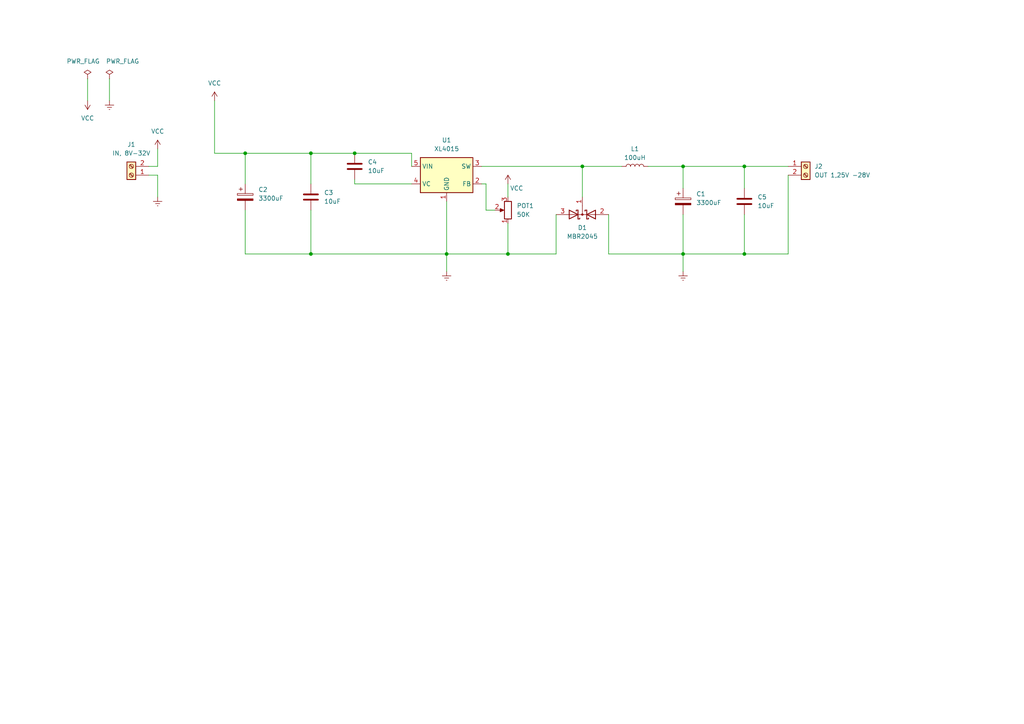
<source format=kicad_sch>
(kicad_sch (version 20230121) (generator eeschema)
  (paper "A4")
  (lib_symbols
    (symbol "Connector:Screw_Terminal_01x02" (pin_names (offset 1.016) hide)
      (property "Reference" "J" (at 0 2.54 0))
      (property "Value" "Screw_Terminal_01x02" (at 0 -5.08 0))
      (symbol "Screw_Terminal_01x02_1_1"
        (rectangle (start -1.27 1.27) (end 1.27 -3.81) (stroke (width 0.254)) (fill (type background)))
        (circle (center 0 -2.54) (radius 0.635) (stroke (width 0.1524)))
        (polyline (pts (xy -0.5334 -2.2098) (xy 0.3302 -3.048)) (stroke (width 0.1524)))
        (polyline (pts (xy -0.5334 0.3302) (xy 0.3302 -0.508)) (stroke (width 0.1524)))
        (polyline (pts (xy -0.3556 -2.032) (xy 0.508 -2.8702)) (stroke (width 0.1524)))
        (polyline (pts (xy -0.3556 0.508) (xy 0.508 -0.3302)) (stroke (width 0.1524)))
        (circle (center 0 0) (radius 0.635) (stroke (width 0.1524)))
        (pin passive line (at -5.08 0 0) (length 3.81) (name "Pin_1") (number "1"))
        (pin passive line (at -5.08 -2.54 0) (length 3.81) (name "Pin_2") (number "2"))
      )
    )
    (symbol "Device:C" (pin_numbers hide) (pin_names (offset 0.254))
      (property "Reference" "C" (at 0.635 2.54 0))
      (property "Value" "C" (at 0.635 -2.54 0))
      (symbol "C_0_1"
        (polyline (pts (xy -2.032 -0.762) (xy 2.032 -0.762)) (stroke (width 0.508)))
        (polyline (pts (xy -2.032 0.762) (xy 2.032 0.762)) (stroke (width 0.508)))
      )
      (symbol "C_1_1"
        (pin passive line (at 0 3.81 270) (length 2.794) (name "~") (number "1"))
        (pin passive line (at 0 -3.81 90) (length 2.794) (name "~") (number "2"))
      )
    )
    (symbol "Device:C_Polarized" (pin_numbers hide) (pin_names (offset 0.254))
      (property "Reference" "C" (at 0.635 2.54 0))
      (property "Value" "C_Polarized" (at 0.635 -2.54 0))
      (symbol "C_Polarized_0_1"
        (rectangle (start -2.286 0.508) (end 2.286 1.016))
        (polyline (pts (xy -1.778 2.286) (xy -0.762 2.286)))
        (polyline (pts (xy -1.27 2.794) (xy -1.27 1.778)))
        (rectangle (start 2.286 -0.508) (end -2.286 -1.016) (fill (type outline)))
      )
      (symbol "C_Polarized_1_1"
        (pin passive line (at 0 3.81 270) (length 2.794) (name "~") (number "1"))
        (pin passive line (at 0 -3.81 90) (length 2.794) (name "~") (number "2"))
      )
    )
    (symbol "Device:D_Schottky_Dual_CommonCathode_KAA" (pin_names (offset 0.762) hide)
      (property "Reference" "D" (at 1.27 -2.54 0))
      (property "Value" "D_Schottky_Dual_CommonCathode_KAA" (at 0 2.54 0))
      (symbol "D_Schottky_Dual_CommonCathode_KAA_0_1"
        (polyline (pts (xy -3.81 0) (xy 3.81 0)))
        (polyline (pts (xy 0 0) (xy 0 -2.54)))
        (polyline (pts (xy -1.27 -1.27) (xy -1.27 1.27) (xy -1.27 1.27)) (stroke (width 0.254)))
        (polyline (pts (xy 1.27 -1.27) (xy 1.27 1.27) (xy 1.27 1.27)) (stroke (width 0.254)))
        (polyline (pts (xy -1.27 -1.27) (xy -0.762 -1.27) (xy -0.762 -1.016) (xy -0.762 -1.016)) (stroke (width 0.254)))
        (polyline (pts (xy 1.27 -1.27) (xy 1.778 -1.27) (xy 1.778 -1.016) (xy 1.778 -1.016)) (stroke (width 0.254)))
        (polyline (pts (xy 1.27 1.27) (xy 0.762 1.27) (xy 0.762 1.016) (xy 0.762 1.016)) (stroke (width 0.254)))
        (polyline (pts (xy -1.778 1.016) (xy -1.778 1.27) (xy -1.27 1.27) (xy -1.27 1.27) (xy -1.27 1.27)) (stroke (width 0.254)))
        (polyline (pts (xy -3.81 1.27) (xy -1.27 0) (xy -3.81 -1.27) (xy -3.81 1.27) (xy -3.81 1.27) (xy -3.81 1.27)) (stroke (width 0.254)))
        (polyline (pts (xy 3.81 -1.27) (xy 1.27 0) (xy 3.81 1.27) (xy 3.81 -1.27) (xy 3.81 -1.27) (xy 3.81 -1.27)) (stroke (width 0.254)))
        (circle (center 0 0) (radius 0.254) (fill (type outline)))
        (pin passive line (at 0 -5.08 90) (length 2.54) (name "K") (number "1"))
        (pin passive line (at -7.62 0 0) (length 3.81) (name "A") (number "2"))
        (pin passive line (at 7.62 0 180) (length 3.81) (name "A") (number "3"))
      )
    )
    (symbol "Device:L" (pin_numbers hide) (pin_names (offset 1.016) hide)
      (property "Reference" "L" (at -1.27 0 90))
      (property "Value" "L" (at 1.905 0 90))
      (symbol "L_0_1"
        (arc (start 0 -2.54) (mid 0.6323 -1.905) (end 0 -1.27))
        (arc (start 0 -1.27) (mid 0.6323 -0.635) (end 0 0))
        (arc (start 0 0) (mid 0.6323 0.635) (end 0 1.27))
        (arc (start 0 1.27) (mid 0.6323 1.905) (end 0 2.54))
      )
      (symbol "L_1_1"
        (pin passive line (at 0 3.81 270) (length 1.27) (name "1") (number "1"))
        (pin passive line (at 0 -3.81 90) (length 1.27) (name "2") (number "2"))
      )
    )
    (symbol "Device:R_Potentiometer" (pin_names (offset 1.016) hide)
      (property "Reference" "RV" (at -4.445 0 90))
      (property "Value" "R_Potentiometer" (at -2.54 0 90))
      (symbol "R_Potentiometer_0_1"
        (polyline (pts (xy 2.54 0) (xy 1.524 0)))
        (polyline (pts (xy 1.143 0) (xy 2.286 0.508) (xy 2.286 -0.508) (xy 1.143 0)) (fill (type outline)))
        (rectangle (start 1.016 2.54) (end -1.016 -2.54) (stroke (width 0.254)))
      )
      (symbol "R_Potentiometer_1_1"
        (pin passive line (at 0 3.81 270) (length 1.27) (name "1") (number "1"))
        (pin passive line (at 3.81 0 180) (length 1.27) (name "2") (number "2"))
        (pin passive line (at 0 -3.81 90) (length 1.27) (name "3") (number "3"))
      )
    )
    (symbol "Regulator_Switching:XL4015"
      (property "Reference" "U?" (at -6.35 6.35 0))
      (property "Value" "XL4015" (at 6.35 6.35 0))
      (symbol "XL4015_0_1"
        (rectangle (start -7.62 5.08) (end 7.62 -5.08) (stroke (width 0.254)) (fill (type background)))
      )
      (symbol "XL4015_1_1"
        (pin power_in line (at 0 -7.62 90) (length 2.54) (name "GND") (number "1"))
        (pin input line (at 10.16 -2.54 180) (length 2.54) (name "FB") (number "2"))
        (pin power_out line (at 10.16 2.54 180) (length 2.54) (name "SW") (number "3"))
        (pin input line (at -10.16 -2.54 0) (length 2.54) (name "VC") (number "4"))
        (pin power_in line (at -10.16 2.54 0) (length 2.54) (name "VIN") (number "5"))
      )
    )
    (symbol "power:Earth" (power) (pin_names (offset 0))
      (symbol "Earth_0_1"
        (polyline (pts (xy -0.635 -1.905) (xy 0.635 -1.905)))
        (polyline (pts (xy -0.127 -2.54) (xy 0.127 -2.54)))
        (polyline (pts (xy 0 -1.27) (xy 0 0)))
        (polyline (pts (xy 1.27 -1.27) (xy -1.27 -1.27)))
      )
      (symbol "Earth_1_1"
        (pin power_in line (at 0 0 270) (length 0) hide (name "Earth") (number "1"))
      )
    )
    (symbol "power:PWR_FLAG" (power) (pin_numbers hide) (pin_names (offset 0) hide)
      (property "Value" "PWR_FLAG" (at 0 3.81 0))
      (symbol "PWR_FLAG_0_0"
        (pin power_out line (at 0 0 90) (length 0) (name "pwr") (number "1"))
      )
      (symbol "PWR_FLAG_0_1"
        (polyline (pts (xy 0 0) (xy 0 1.27) (xy -1.016 1.905) (xy 0 2.54) (xy 1.016 1.905) (xy 0 1.27)))
      )
    )
    (symbol "power:VCC" (power) (pin_names (offset 0))
      (property "Value" "VCC" (at 0 3.81 0))
      (symbol "VCC_0_1"
        (polyline (pts (xy -0.762 1.27) (xy 0 2.54)))
        (polyline (pts (xy 0 0) (xy 0 2.54)))
        (polyline (pts (xy 0 2.54) (xy 0.762 1.27)))
      )
      (symbol "VCC_1_1"
        (pin power_in line (at 0 0 90) (length 0) hide (name "VCC") (number "1"))
      )
    )
  )
  (junction (at 215.9 73.66))
  (junction (at 90.17 73.66))
  (junction (at 198.12 73.66))
  (junction (at 71.12 44.45))
  (junction (at 129.54 73.66))
  (junction (at 168.91 48.26))
  (junction (at 198.12 48.26))
  (junction (at 102.87 44.45))
  (junction (at 147.32 73.66))
  (junction (at 90.17 44.45))
  (junction (at 215.9 48.26))
  (wire (pts (xy 129.54 58.42) (xy 129.54 73.66)))
  (wire (pts (xy 90.17 44.45) (xy 90.17 53.34)))
  (wire (pts (xy 140.97 60.96) (xy 143.51 60.96)))
  (wire (pts (xy 139.7 48.26) (xy 168.91 48.26)))
  (wire (pts (xy 168.91 48.26) (xy 168.91 57.15)))
  (wire (pts (xy 119.38 48.26) (xy 119.38 44.45)))
  (wire (pts (xy 31.75 22.86) (xy 31.75 29.21)))
  (wire (pts (xy 45.72 43.18) (xy 45.72 48.26)))
  (wire (pts (xy 90.17 60.96) (xy 90.17 73.66)))
  (wire (pts (xy 119.38 53.34) (xy 102.87 53.34)))
  (wire (pts (xy 176.53 62.23) (xy 176.53 73.66)))
  (wire (pts (xy 62.23 44.45) (xy 71.12 44.45)))
  (wire (pts (xy 71.12 44.45) (xy 90.17 44.45)))
  (wire (pts (xy 215.9 54.61) (xy 215.9 48.26)))
  (wire (pts (xy 140.97 53.34) (xy 140.97 60.96)))
  (wire (pts (xy 147.32 53.34) (xy 147.32 57.15)))
  (wire (pts (xy 90.17 44.45) (xy 102.87 44.45)))
  (wire (pts (xy 147.32 73.66) (xy 161.29 73.66)))
  (wire (pts (xy 215.9 48.26) (xy 228.6 48.26)))
  (wire (pts (xy 129.54 73.66) (xy 147.32 73.66)))
  (wire (pts (xy 139.7 53.34) (xy 140.97 53.34)))
  (wire (pts (xy 228.6 50.8) (xy 228.6 73.66)))
  (wire (pts (xy 228.6 73.66) (xy 215.9 73.66)))
  (wire (pts (xy 71.12 53.34) (xy 71.12 44.45)))
  (wire (pts (xy 45.72 50.8) (xy 43.18 50.8)))
  (wire (pts (xy 71.12 73.66) (xy 90.17 73.66)))
  (wire (pts (xy 198.12 54.61) (xy 198.12 48.26)))
  (wire (pts (xy 62.23 44.45) (xy 62.23 29.21)))
  (wire (pts (xy 198.12 62.23) (xy 198.12 73.66)))
  (wire (pts (xy 176.53 73.66) (xy 198.12 73.66)))
  (wire (pts (xy 198.12 48.26) (xy 187.96 48.26)))
  (wire (pts (xy 161.29 62.23) (xy 161.29 73.66)))
  (wire (pts (xy 45.72 57.15) (xy 45.72 50.8)))
  (wire (pts (xy 119.38 44.45) (xy 102.87 44.45)))
  (wire (pts (xy 45.72 48.26) (xy 43.18 48.26)))
  (wire (pts (xy 147.32 64.77) (xy 147.32 73.66)))
  (wire (pts (xy 215.9 48.26) (xy 198.12 48.26)))
  (wire (pts (xy 25.4 22.86) (xy 25.4 29.21)))
  (wire (pts (xy 180.34 48.26) (xy 168.91 48.26)))
  (wire (pts (xy 198.12 73.66) (xy 215.9 73.66)))
  (wire (pts (xy 198.12 73.66) (xy 198.12 78.74)))
  (wire (pts (xy 90.17 73.66) (xy 129.54 73.66)))
  (wire (pts (xy 129.54 73.66) (xy 129.54 78.74)))
  (wire (pts (xy 71.12 60.96) (xy 71.12 73.66)))
  (wire (pts (xy 102.87 53.34) (xy 102.87 52.07)))
  (wire (pts (xy 215.9 62.23) (xy 215.9 73.66)))
  (symbol (lib_id "Device:L") (at 184.15 48.26 90) (unit 1)
    (property "Reference" "L1" (at 184.15 43.18 90))
    (property "Value" "100uH" (at 184.15 45.72 90))
    (property "Footprint" "Inductor_THT:L_Toroid_Vertical_L17.8mm_W9.7mm_P7.11mm_Pulse_B" (effects hide))
  )
  (symbol (lib_id "power:Earth") (at 129.54 78.74 0) (unit 1)
    (property "Reference" "#PWR01" (effects hide))
    (property "Value" "Earth" (effects hide))
  )
  (symbol (lib_id "power:VCC") (at 62.23 29.21 0) (unit 1)
    (property "Reference" "#PWR04" (effects hide))
    (property "Value" "VCC" (at 62.23 24.13 0))
  )
  (symbol (lib_id "Device:C_Polarized") (at 71.12 57.15 0) (unit 1)
    (property "Reference" "C2" (at 74.93 54.991 0) (effects (justify left)))
    (property "Value" "3300uF" (at 74.93 57.531 0) (effects (justify left)))
    (property "Footprint" "Capacitor_THT:CP_Radial_D10.0mm_P7.50mm" (effects hide))
  )
  (symbol (lib_id "Connector:Screw_Terminal_01x02") (at 38.1 50.8 180) (unit 1)
    (property "Reference" "J1" (at 38.1 41.91 0))
    (property "Value" "IN, 8V-32V" (at 38.1 44.45 0))
    (property "Footprint" "TerminalBlock:TerminalBlock_bornier-2_P5.08mm" (effects hide))
  )
  (symbol (lib_id "Device:R_Potentiometer") (at 147.32 60.96 180) (unit 1)
    (property "Reference" "POT1" (at 149.86 59.69 0) (effects (justify right)))
    (property "Value" "50K" (at 149.86 62.23 0) (effects (justify right)))
    (property "Footprint" "Potentiometer_THT:Potentiometer_Vishay_148-149_Single_Horizontal" (effects hide))
  )
  (symbol (lib_id "Connector:Screw_Terminal_01x02") (at 233.68 48.26 0) (unit 1)
    (property "Reference" "J2" (at 236.22 48.26 0) (effects (justify left)))
    (property "Value" "OUT 1,25V -28V" (at 236.22 50.8 0) (effects (justify left)))
    (property "Footprint" "TerminalBlock:TerminalBlock_bornier-2_P5.08mm" (effects hide))
  )
  (symbol (lib_id "power:Earth") (at 198.12 78.74 0) (unit 1)
    (property "Reference" "#PWR08" (effects hide))
    (property "Value" "Earth" (effects hide))
  )
  (symbol (lib_id "power:VCC") (at 45.72 43.18 0) (unit 1)
    (property "Reference" "#PWR03" (effects hide))
    (property "Value" "VCC" (at 45.72 38.1 0))
  )
  (symbol (lib_id "power:VCC") (at 25.4 29.21 180) (unit 1)
    (property "Reference" "#PWR06" (effects hide))
    (property "Value" "VCC" (at 25.4 34.29 0))
  )
  (symbol (lib_id "power:PWR_FLAG") (at 25.4 22.86 0) (unit 1)
    (property "Reference" "#FLG01" (effects hide))
    (property "Value" "PWR_FLAG" (at 24.13 17.78 0))
  )
  (symbol (lib_id "Device:C_Polarized") (at 198.12 58.42 0) (unit 1)
    (property "Reference" "C1" (at 201.93 56.261 0) (effects (justify left)))
    (property "Value" "3300uF" (at 201.93 58.801 0) (effects (justify left)))
    (property "Footprint" "Capacitor_THT:CP_Radial_D10.0mm_P7.50mm" (effects hide))
  )
  (symbol (lib_id "power:PWR_FLAG") (at 31.75 22.86 0) (unit 1)
    (property "Reference" "#FLG02" (effects hide))
    (property "Value" "PWR_FLAG" (at 35.56 17.78 0))
  )
  (symbol (lib_id "Device:C") (at 102.87 48.26 180) (unit 1)
    (property "Reference" "C4" (at 106.68 46.99 0) (effects (justify right)))
    (property "Value" "10uF" (at 106.68 49.53 0) (effects (justify right)))
    (property "Footprint" "Capacitor_THT:C_Disc_D10.5mm_W5.0mm_P7.50mm" (effects hide))
  )
  (symbol (lib_id "Device:C") (at 90.17 57.15 180) (unit 1)
    (property "Reference" "C3" (at 93.98 55.88 0) (effects (justify right)))
    (property "Value" "10uF" (at 93.98 58.42 0) (effects (justify right)))
    (property "Footprint" "Capacitor_THT:C_Disc_D10.5mm_W5.0mm_P7.50mm" (effects hide))
  )
  (symbol (lib_id "power:Earth") (at 45.72 57.15 0) (unit 1)
    (property "Reference" "#PWR02" (effects hide))
    (property "Value" "Earth" (effects hide))
  )
  (symbol (lib_id "power:Earth") (at 31.75 29.21 0) (unit 1)
    (property "Reference" "#PWR07" (effects hide))
    (property "Value" "Earth" (effects hide))
  )
  (symbol (lib_id "Device:D_Schottky_Dual_CommonCathode_KAA") (at 168.91 62.23 180) (unit 1)
    (property "Reference" "D1" (at 168.91 66.04 0))
    (property "Value" "MBR2045" (at 168.91 68.58 0))
    (property "Footprint" "Package_TO_SOT_THT:TO-220-3_Vertical" (effects hide))
  )
  (symbol (lib_id "Regulator_Switching:XL4015") (at 129.54 50.8 0) (unit 1)
    (property "Reference" "U1" (at 129.54 40.64 0))
    (property "Value" "XL4015" (at 129.54 43.18 0))
    (property "Footprint" "Package_TO_SOT_SMD:TO-263-5_TabPin3" (effects hide))
    (property "Datasheet" "http://www.xlsemi.net/datasheet/XL4015%20datasheet-English.pdf" (effects hide))
  )
  (symbol (lib_id "power:VCC") (at 147.32 53.34 0) (unit 1)
    (property "Reference" "#PWR05" (effects hide))
    (property "Value" "VCC" (at 149.86 54.61 0))
  )
  (symbol (lib_id "Device:C") (at 215.9 58.42 180) (unit 1)
    (property "Reference" "C5" (at 219.71 57.15 0) (effects (justify right)))
    (property "Value" "10uF" (at 219.71 59.69 0) (effects (justify right)))
    (property "Footprint" "Capacitor_THT:C_Disc_D10.5mm_W5.0mm_P7.50mm" (effects hide))
  )
)
</source>
